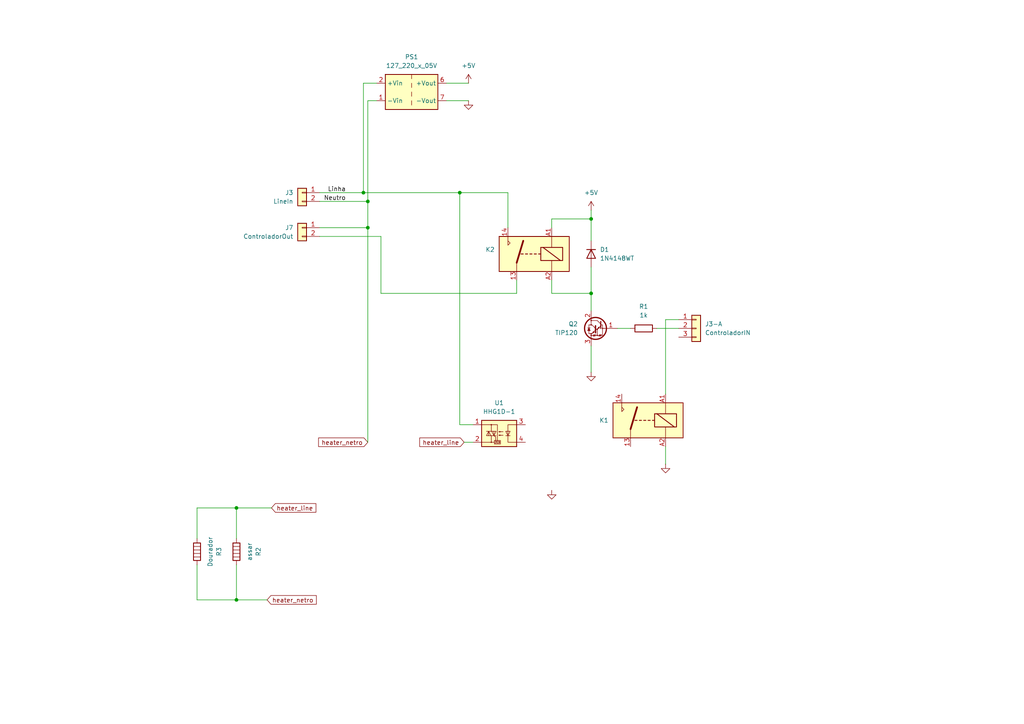
<source format=kicad_sch>
(kicad_sch (version 20250114) (generator "eeschema") (generator_version "9.0")
  (paper "A4")
  (lib_symbols
    (symbol "Connector_Generic:Conn_01x02" (pin_names (offset 1.016) (hide yes))
      (property "Reference" "J" (at 0 2.54 0))
      (property "Value" "Conn_01x02" (at 0 -5.08 0))
      (symbol "Conn_01x02_1_1"
        (rectangle (start -1.27 1.27) (end 1.27 -3.81) (stroke (width 0.254)) (fill (type background)))
        (rectangle (start -1.27 0.127) (end 0 -0.127) (stroke (width 0.1524)))
        (rectangle (start -1.27 -2.413) (end 0 -2.667) (stroke (width 0.1524)))
        (pin passive line (at -5.08 0 0) (length 3.81) (name "Pin_1") (number "1"))
        (pin passive line (at -5.08 -2.54 0) (length 3.81) (name "Pin_2") (number "2"))
      )
    )
    (symbol "Connector_Generic:Conn_01x03" (pin_names (offset 1.016) (hide yes))
      (property "Reference" "J" (at 0 5.08 0))
      (property "Value" "Conn_01x03" (at 0 -5.08 0))
      (symbol "Conn_01x03_1_1"
        (rectangle (start -1.27 3.81) (end 1.27 -3.81) (stroke (width 0.254)) (fill (type background)))
        (rectangle (start -1.27 2.667) (end 0 2.413) (stroke (width 0.1524)))
        (rectangle (start -1.27 0.127) (end 0 -0.127) (stroke (width 0.1524)))
        (rectangle (start -1.27 -2.413) (end 0 -2.667) (stroke (width 0.1524)))
        (pin passive line (at -5.08 2.54 0) (length 3.81) (name "Pin_1") (number "1"))
        (pin passive line (at -5.08 0 0) (length 3.81) (name "Pin_2") (number "2"))
        (pin passive line (at -5.08 -2.54 0) (length 3.81) (name "Pin_3") (number "3"))
      )
    )
    (symbol "Converter_DCDC:ITX1209SA"
      (property "Reference" "PS" (at -7.62 6.35 0))
      (property "Value" "ITX1209SA" (at 1.27 6.35 0))
      (symbol "ITX1209SA_0_0"
        (pin power_in line (at -10.16 2.54 0) (length 2.54) (name "+Vin") (number "2"))
        (pin power_in line (at -10.16 -2.54 0) (length 2.54) (name "-Vin") (number "1"))
        (pin no_connect line (at 7.62 0 180) (length 2.54) (hide yes) (name "NC") (number "8"))
        (pin power_out line (at 10.16 2.54 180) (length 2.54) (name "+Vout") (number "6"))
        (pin power_out line (at 10.16 -2.54 180) (length 2.54) (name "-Vout") (number "7"))
      )
      (symbol "ITX1209SA_0_1"
        (rectangle (start -7.62 5.08) (end 7.62 -5.08) (stroke (width 0.254)) (fill (type background)))
        (polyline (pts (xy 0 5.08) (xy 0 3.81)))
        (polyline (pts (xy 0 2.54) (xy 0 1.27)))
        (polyline (pts (xy 0 0) (xy 0 -1.27)))
        (polyline (pts (xy 0 -2.54) (xy 0 -3.81)))
      )
    )
    (symbol "Device:Heater" (pin_numbers (hide yes)) (pin_names (offset 0))
      (property "Reference" "R" (at 2.032 0 90))
      (property "Value" "Heater" (at -2.032 0 90))
      (symbol "Heater_0_1"
        (polyline (pts (xy -1.016 1.524) (xy 1.016 1.524)))
        (rectangle (start -1.016 -2.54) (end 1.016 2.54) (stroke (width 0.254)))
        (polyline (pts (xy 1.016 0.508) (xy -1.016 0.508)))
        (polyline (pts (xy 1.016 -0.508) (xy -1.016 -0.508)))
        (polyline (pts (xy 1.016 -1.524) (xy -1.016 -1.524)))
      )
      (symbol "Heater_1_1"
        (pin passive line (at 0 3.81 270) (length 1.27) (name "~") (number "1"))
        (pin passive line (at 0 -3.81 90) (length 1.27) (name "~") (number "2"))
      )
    )
    (symbol "Device:R" (pin_numbers (hide yes)) (pin_names (offset 0))
      (property "Reference" "R" (at 2.032 0 90))
      (property "Value" "R" (at 0 0 90))
      (symbol "R_0_1"
        (rectangle (start -1.016 -2.54) (end 1.016 2.54) (stroke (width 0.254)))
      )
      (symbol "R_1_1"
        (pin passive line (at 0 3.81 270) (length 1.27) (name "~") (number "1"))
        (pin passive line (at 0 -3.81 90) (length 1.27) (name "~") (number "2"))
      )
    )
    (symbol "Diode:1N4148WT" (pin_numbers (hide yes)) (pin_names (hide yes))
      (property "Reference" "D" (at 0 2.54 0))
      (property "Value" "1N4148WT" (at 0 -2.54 0))
      (symbol "1N4148WT_0_1"
        (polyline (pts (xy -1.27 1.27) (xy -1.27 -1.27)) (stroke (width 0.254)))
        (polyline (pts (xy 1.27 1.27) (xy 1.27 -1.27) (xy -1.27 0) (xy 1.27 1.27)) (stroke (width 0.254)))
        (polyline (pts (xy 1.27 0) (xy -1.27 0)))
      )
      (symbol "1N4148WT_1_1"
        (pin passive line (at -3.81 0 0) (length 2.54) (name "K") (number "1"))
        (pin passive line (at 3.81 0 180) (length 2.54) (name "A") (number "2"))
      )
    )
    (symbol "Relay:Fujitsu_FTR-LYAA005x"
      (property "Reference" "K" (at 11.43 3.81 0))
      (property "Value" "Fujitsu_FTR-LYAA005x" (at 11.43 1.27 0))
      (symbol "Fujitsu_FTR-LYAA005x_0_0"
        (polyline (pts (xy 7.62 5.08) (xy 7.62 2.54) (xy 6.985 3.175) (xy 7.62 3.81)))
      )
      (symbol "Fujitsu_FTR-LYAA005x_0_1"
        (rectangle (start -10.16 5.08) (end 10.16 -5.08) (stroke (width 0.254)) (fill (type background)))
        (rectangle (start -8.255 1.905) (end -1.905 -1.905) (stroke (width 0.254)))
        (polyline (pts (xy -7.62 -1.905) (xy -2.54 1.905)) (stroke (width 0.254)))
        (polyline (pts (xy -5.08 5.08) (xy -5.08 1.905)))
        (polyline (pts (xy -5.08 -5.08) (xy -5.08 -1.905)))
        (polyline (pts (xy -1.905 0) (xy -1.27 0)) (stroke (width 0.254)))
        (polyline (pts (xy -0.635 0) (xy 0 0)) (stroke (width 0.254)))
        (polyline (pts (xy 0.635 0) (xy 1.27 0)) (stroke (width 0.254)))
        (polyline (pts (xy 1.905 0) (xy 2.54 0)) (stroke (width 0.254)))
        (polyline (pts (xy 3.175 0) (xy 3.81 0)) (stroke (width 0.254)))
        (polyline (pts (xy 5.08 -2.54) (xy 3.175 3.81)) (stroke (width 0.508)))
        (polyline (pts (xy 5.08 -2.54) (xy 5.08 -5.08)))
      )
      (symbol "Fujitsu_FTR-LYAA005x_1_1"
        (pin passive line (at -5.08 7.62 270) (length 2.54) (name "~") (number "A1"))
        (pin passive line (at -5.08 -7.62 90) (length 2.54) (name "~") (number "A2"))
        (pin passive line (at 5.08 -7.62 90) (length 2.54) (name "~") (number "13"))
        (pin passive line (at 7.62 7.62 270) (length 2.54) (name "~") (number "14"))
      )
    )
    (symbol "Relay_SolidState:HHG1D-1"
      (property "Reference" "U" (at -5.08 5.08 0))
      (property "Value" "HHG1D-1" (at 0 5.08 0))
      (symbol "HHG1D-1_0_0"
        (rectangle (start -0.381 -2.032) (end 1.397 -3.048))
        (polyline (pts (xy 1.524 -0.635) (xy 1.016 -1.016) (xy 1.016 -2.032)))
        (polyline (pts (xy 2.286 -2.54) (xy 1.397 -2.54)))
        (text "ZCD" (at 0.508 -2.54 0) (effects (font (size 0.508 0.508))))
      )
      (symbol "HHG1D-1_0_1"
        (rectangle (start -5.08 3.81) (end 5.08 -3.81) (stroke (width 0.254)) (fill (type background)))
        (polyline (pts (xy -5.08 2.54) (xy -2.54 2.54) (xy -2.54 -2.54) (xy -5.08 -2.54)))
        (polyline (pts (xy -3.175 -0.635) (xy -1.905 -0.635)))
        (polyline (pts (xy -2.54 -0.635) (xy -3.175 0.635) (xy -1.905 0.635) (xy -2.54 -0.635)))
        (polyline (pts (xy -1.143 0.508) (xy 0.127 0.508) (xy -0.254 0.381) (xy -0.254 0.635) (xy 0.127 0.508)))
        (polyline (pts (xy -1.143 -0.508) (xy 0.127 -0.508) (xy -0.254 -0.635) (xy -0.254 -0.381) (xy 0.127 -0.508)))
        (polyline (pts (xy 0.889 -0.635) (xy 3.683 -0.635) (xy 3.048 0.635) (xy 2.413 -0.635)))
        (polyline (pts (xy 1.524 -0.635) (xy 1.524 0.635)))
        (polyline (pts (xy 2.286 2.54) (xy 0.508 2.54) (xy 0.508 -2.032)))
        (circle (center 2.286 2.54) (radius 0.127))
        (polyline (pts (xy 2.286 0.635) (xy 2.286 2.54) (xy 5.08 2.54)))
        (polyline (pts (xy 2.286 -0.635) (xy 2.286 -2.54) (xy 5.08 -2.54)))
        (circle (center 2.286 -2.54) (radius 0.127))
        (polyline (pts (xy 3.048 0.635) (xy 3.048 -0.635)))
        (polyline (pts (xy 3.683 0.635) (xy 0.889 0.635) (xy 1.524 -0.635) (xy 2.159 0.635)))
      )
      (symbol "HHG1D-1_1_1"
        (pin passive line (at -7.62 2.54 0) (length 2.54) (name "~") (number "3"))
        (pin passive line (at -7.62 -2.54 0) (length 2.54) (name "~") (number "4"))
        (pin passive line (at 7.62 2.54 180) (length 2.54) (name "~") (number "1"))
        (pin passive line (at 7.62 -2.54 180) (length 2.54) (name "~") (number "2"))
      )
    )
    (symbol "Transistor_BJT:TIP120" (pin_names (offset 0) (hide yes))
      (property "Reference" "Q" (at 5.08 1.905 0))
      (property "Value" "TIP120" (at 5.08 0 0))
      (symbol "TIP120_0_1"
        (polyline (pts (xy -1.27 0) (xy -0.889 0)))
        (circle (center -0.762 0) (radius 0.127))
        (polyline (pts (xy -0.254 2.032) (xy -0.254 0) (xy -0.254 0)) (stroke (width 0.3048)))
        (polyline (pts (xy -0.254 1.27) (xy 0.762 2.286) (xy 2.54 2.286)))
        (polyline (pts (xy -0.254 1.016) (xy -0.762 1.016) (xy -0.762 -2.032)))
        (polyline (pts (xy -0.254 0.762) (xy 0.762 -0.254) (xy 1.27 -0.254)))
        (polyline (pts (xy 0.635 -0.127) (xy 0.381 0.381) (xy 0.127 0.127) (xy 0.635 -0.127)))
        (polyline (pts (xy 0.762 -0.254) (xy 0.762 -2.032) (xy 1.143 -2.032) (xy 1.27 -1.778) (xy 1.397 -2.286) (xy 1.524 -1.778) (xy 1.651 -2.286) (xy 1.778 -1.778) (xy 1.905 -2.286) (xy 2.032 -2.032) (xy 2.54 -2.032)))
        (circle (center 0.762 -0.254) (radius 0.127))
        (polyline (pts (xy 0.762 -2.032) (xy 0.381 -2.032) (xy 0.254 -2.286) (xy 0.127 -1.778) (xy 0 -2.286) (xy -0.127 -1.778) (xy -0.254 -2.286) (xy -0.381 -1.778) (xy -0.508 -2.032) (xy -0.762 -2.032)))
        (circle (center 0.762 -2.032) (radius 0.127))
        (polyline (pts (xy 1.27 0.762) (xy 1.27 -1.27) (xy 1.27 -1.27)) (stroke (width 0.381)))
        (polyline (pts (xy 1.27 0) (xy 2.286 1.016) (xy 2.54 1.016) (xy 2.54 2.286)))
        (circle (center 1.27 0) (radius 3.175) (stroke (width 0.3556)))
        (polyline (pts (xy 1.27 -0.508) (xy 2.286 -1.524) (xy 2.54 -1.524) (xy 2.54 -2.032)))
        (polyline (pts (xy 2.159 -1.397) (xy 1.905 -0.889) (xy 1.651 -1.143) (xy 2.159 -1.397)))
        (circle (center 2.54 2.286) (radius 0.127))
        (circle (center 2.54 1.016) (radius 0.127))
        (polyline (pts (xy 2.54 -1.524) (xy 3.175 -1.524)))
        (circle (center 2.54 -1.524) (radius 0.127))
        (polyline (pts (xy 2.54 -2.032) (xy 2.54 -2.54)))
        (circle (center 2.54 -2.032) (radius 0.127))
        (polyline (pts (xy 2.794 0.127) (xy 3.556 0.127)))
        (polyline (pts (xy 3.175 1.016) (xy 2.54 1.016)))
        (polyline (pts (xy 3.175 1.016) (xy 3.175 0.127)))
        (polyline (pts (xy 3.175 0.127) (xy 2.794 -0.635) (xy 3.556 -0.635) (xy 3.175 0.127)) (fill (type outline)))
        (polyline (pts (xy 3.175 -0.635) (xy 3.175 -1.524)))
      )
      (symbol "TIP120_1_1"
        (pin input line (at -5.08 0 0) (length 3.81) (name "B") (number "1"))
        (pin passive line (at 2.54 5.08 270) (length 2.667) (name "C") (number "2"))
        (pin passive line (at 2.54 -5.08 90) (length 2.54) (name "E") (number "3"))
      )
    )
    (symbol "power:+5V" (power) (pin_numbers (hide yes)) (pin_names (offset 0) (hide yes))
      (property "Value" "+5V" (at 0 3.556 0))
      (symbol "+5V_0_1"
        (polyline (pts (xy -0.762 1.27) (xy 0 2.54)))
        (polyline (pts (xy 0 2.54) (xy 0.762 1.27)))
        (polyline (pts (xy 0 0) (xy 0 2.54)))
      )
      (symbol "+5V_1_1"
        (pin power_in line (at 0 0 90) (length 0) (name "~") (number "1"))
      )
    )
    (symbol "power:GND" (power) (pin_numbers (hide yes)) (pin_names (offset 0) (hide yes))
      (property "Value" "GND" (at 0 -3.81 0))
      (symbol "GND_0_1"
        (polyline (pts (xy 0 0) (xy 0 -1.27) (xy 1.27 -1.27) (xy 0 -2.54) (xy -1.27 -1.27) (xy 0 -1.27)))
      )
      (symbol "GND_1_1"
        (pin power_in line (at 0 0 270) (length 0) (name "~") (number "1"))
      )
    )
  )
  (junction (at 171.45 85.09))
  (junction (at 106.68 58.42))
  (junction (at 68.58 147.32))
  (junction (at 68.58 173.99))
  (junction (at 105.41 55.88))
  (junction (at 133.35 55.88))
  (junction (at 106.68 66.04))
  (junction (at 171.45 63.5))
  (wire (pts (xy 57.15 147.32) (xy 68.58 147.32)))
  (wire (pts (xy 92.71 55.88) (xy 105.41 55.88)))
  (wire (pts (xy 68.58 163.83) (xy 68.58 173.99)))
  (wire (pts (xy 147.32 66.04) (xy 147.32 55.88)))
  (wire (pts (xy 105.41 55.88) (xy 133.35 55.88)))
  (wire (pts (xy 110.49 85.09) (xy 149.86 85.09)))
  (wire (pts (xy 171.45 63.5) (xy 171.45 69.85)))
  (wire (pts (xy 57.15 156.21) (xy 57.15 147.32)))
  (wire (pts (xy 160.02 66.04) (xy 160.02 63.5)))
  (wire (pts (xy 68.58 173.99) (xy 57.15 173.99)))
  (wire (pts (xy 160.02 81.28) (xy 160.02 85.09)))
  (wire (pts (xy 147.32 55.88) (xy 133.35 55.88)))
  (wire (pts (xy 92.71 58.42) (xy 106.68 58.42)))
  (wire (pts (xy 68.58 147.32) (xy 68.58 156.21)))
  (wire (pts (xy 106.68 58.42) (xy 106.68 29.21)))
  (wire (pts (xy 182.88 95.25) (xy 179.07 95.25)))
  (wire (pts (xy 92.71 66.04) (xy 106.68 66.04)))
  (wire (pts (xy 106.68 29.21) (xy 109.22 29.21)))
  (wire (pts (xy 57.15 163.83) (xy 57.15 173.99)))
  (wire (pts (xy 106.68 58.42) (xy 106.68 66.04)))
  (wire (pts (xy 171.45 85.09) (xy 171.45 90.17)))
  (wire (pts (xy 105.41 24.13) (xy 109.22 24.13)))
  (wire (pts (xy 171.45 77.47) (xy 171.45 85.09)))
  (wire (pts (xy 92.71 68.58) (xy 110.49 68.58)))
  (wire (pts (xy 133.35 55.88) (xy 133.35 123.19)))
  (wire (pts (xy 193.04 92.71) (xy 196.85 92.71)))
  (wire (pts (xy 193.04 92.71) (xy 193.04 114.3)))
  (wire (pts (xy 196.85 95.25) (xy 190.5 95.25)))
  (wire (pts (xy 137.16 123.19) (xy 133.35 123.19)))
  (wire (pts (xy 105.41 24.13) (xy 105.41 55.88)))
  (wire (pts (xy 134.62 128.27) (xy 137.16 128.27)))
  (wire (pts (xy 106.68 66.04) (xy 106.68 128.27)))
  (wire (pts (xy 160.02 85.09) (xy 171.45 85.09)))
  (wire (pts (xy 171.45 60.96) (xy 171.45 63.5)))
  (wire (pts (xy 193.04 134.62) (xy 193.04 129.54)))
  (wire (pts (xy 171.45 107.95) (xy 171.45 100.33)))
  (wire (pts (xy 135.89 29.21) (xy 129.54 29.21)))
  (wire (pts (xy 68.58 147.32) (xy 78.74 147.32)))
  (wire (pts (xy 160.02 63.5) (xy 171.45 63.5)))
  (wire (pts (xy 135.89 24.13) (xy 129.54 24.13)))
  (wire (pts (xy 68.58 173.99) (xy 77.47 173.99)))
  (wire (pts (xy 110.49 68.58) (xy 110.49 85.09)))
  (wire (pts (xy 149.86 85.09) (xy 149.86 81.28)))
  (label "Linha" (at 100.33 55.88 180))
  (label "Neutro" (at 100.33 58.42 180))
  (global_label "heater_line" (shape input) (at 78.74 147.32 0) (property "Intersheetrefs" "${INTERSHEET_REFS}" (effects (hide yes))))
  (global_label "heater_netro" (shape input) (at 77.47 173.99 0) (property "Intersheetrefs" "${INTERSHEET_REFS}" (effects (hide yes))))
  (global_label "heater_line" (shape input) (at 134.62 128.27 180) (property "Intersheetrefs" "${INTERSHEET_REFS}" (effects (hide yes))))
  (global_label "heater_netro" (shape input) (at 106.68 128.27 180) (property "Intersheetrefs" "${INTERSHEET_REFS}" (effects (hide yes))))
  (symbol (lib_id "power:GND") (at 171.45 107.95 0) (unit 1)
    (property "Reference" "#PWR02" (effects (hide yes)))
    (property "Value" "GND" (effects (hide yes)))
    (property "Description" "Power symbol creates a global label with name \"GND\" , ground" (effects (hide yes)))
  )
  (symbol (lib_id "power:GND") (at 160.02 142.24 0) (unit 1)
    (property "Reference" "#PWR06" (effects (hide yes)))
    (property "Value" "GND" (effects (hide yes)))
    (property "Description" "Power symbol creates a global label with name \"GND\" , ground" (effects (hide yes)))
  )
  (symbol (lib_id "Connector_Generic:Conn_01x02") (at 87.63 66.04 0) (mirror y) (unit 1)
    (property "Reference" "J7" (at 85.09 66.0399 0) (effects (justify left)))
    (property "Value" "ControladorOut" (at 85.09 68.5799 0) (effects (justify left)))
    (property "Description" "Generic connector, single row, 01x02, script generated (kicad-library-utils/schlib/autogen/connector/)" (effects (hide yes)))
  )
  (symbol (lib_id "Device:R") (at 186.69 95.25 90) (unit 1)
    (property "Reference" "R1" (at 186.69 88.9 90))
    (property "Value" "1k" (at 186.69 91.44 90))
    (property "Description" "Resistor" (effects (hide yes)))
  )
  (symbol (lib_id "Device:Heater") (at 68.58 160.02 0) (unit 1)
    (property "Reference" "R2" (at 74.93 160.02 90))
    (property "Value" "assar" (at 72.39 160.02 90))
    (property "Description" "Resistive heater" (effects (hide yes)))
  )
  (symbol (lib_id "power:+5V") (at 135.89 24.13 0) (unit 1)
    (property "Reference" "#PWR04" (effects (hide yes)))
    (property "Value" "+5V" (at 135.89 19.05 0))
    (property "Description" "Power symbol creates a global label with name \"+5V\"" (effects (hide yes)))
  )
  (symbol (lib_id "Diode:1N4148WT") (at 171.45 73.66 270) (unit 1)
    (property "Reference" "D1" (at 173.99 72.3899 90) (effects (justify left)))
    (property "Value" "1N4148WT" (at 173.99 74.9299 90) (effects (justify left)))
    (property "Footprint" "Diode_SMD:D_SOD-523" (effects (hide yes)))
    (property "Datasheet" "https://www.diodes.com/assets/Datasheets/ds30396.pdf" (effects (hide yes)))
    (property "Description" "75V 0.15A Fast switching Diode, SOD-523" (effects (hide yes)))
    (property "Sim.Device" "D" (effects (hide yes)))
    (property "Sim.Pins" "1=K 2=A" (effects (hide yes)))
  )
  (symbol (lib_id "Device:Heater") (at 57.15 160.02 0) (unit 1)
    (property "Reference" "R3" (at 63.5 160.02 90))
    (property "Value" "Dourador" (at 60.96 160.02 90))
    (property "Description" "Resistive heater" (effects (hide yes)))
  )
  (symbol (lib_id "Relay:Fujitsu_FTR-LYAA005x") (at 154.94 73.66 0) (mirror y) (unit 1)
    (property "Reference" "K2" (at 143.51 72.3899 0) (effects (justify left)))
    (property "Value" "Fujitsu_FTR-LYAA005x" (effects (hide yes)))
    (property "Footprint" "Relay_THT:Relay_SPST-NO_Fujitsu_FTR-LYAA005x_FormA_Vertical" (effects (hide yes)))
    (property "Datasheet" "https://www.fujitsu.com/sg/imagesgig5/ftr-ly.pdf" (effects (hide yes)))
    (property "Description" "Relay, SPST Form A, vertical mount, 5-60V coil, 6A, 250VAC, 28 x 5 x 15mm" (effects (hide yes)))
  )
  (symbol (lib_id "Relay_SolidState:HHG1D-1") (at 144.78 125.73 0) (mirror y) (unit 1)
    (property "Reference" "U1" (at 144.78 116.84 0))
    (property "Value" "HHG1D-1" (at 144.78 119.38 0))
    (property "Footprint" "Relay_THT:Relay_NCR_HHG1D-1" (effects (hide yes)))
    (property "Datasheet" "https://ncr.hk/uploads/Relays/Solid_State_Relays/HHG1D-1.pdf" (effects (hide yes)))
    (property "Description" "NCR zero cross solid state relay 1A, 2A, 3A, 4A" (effects (hide yes)))
  )
  (symbol (lib_id "power:+5V") (at 171.45 60.96 0) (unit 1)
    (property "Reference" "#PWR03" (effects (hide yes)))
    (property "Value" "+5V" (at 171.45 55.88 0))
    (property "Description" "Power symbol creates a global label with name \"+5V\"" (effects (hide yes)))
  )
  (symbol (lib_id "Transistor_BJT:TIP120") (at 173.99 95.25 0) (mirror y) (unit 1)
    (property "Reference" "Q2" (at 167.64 93.9799 0) (effects (justify left)))
    (property "Value" "TIP120" (at 167.64 96.5199 0) (effects (justify left)))
    (property "Footprint" "Package_TO_SOT_THT:TO-220-3_Vertical" (effects (hide yes)))
    (property "Datasheet" "https://www.onsemi.com/pub/Collateral/TIP120-D.PDF" (effects (hide yes)))
    (property "Description" "5A Ic, 60V Vce, Silicon Darlington Power NPN Transistor, TO-220" (effects (hide yes)))
  )
  (symbol (lib_id "Relay:Fujitsu_FTR-LYAA005x") (at 187.96 121.92 0) (mirror y) (unit 1)
    (property "Reference" "K1" (at 176.53 121.9199 0) (effects (justify left)))
    (property "Value" "Fujitsu_FTR-LYAA005x" (effects (hide yes)))
    (property "Footprint" "Relay_THT:Relay_SPST-NO_Fujitsu_FTR-LYAA005x_FormA_Vertical" (effects (hide yes)))
    (property "Datasheet" "https://www.fujitsu.com/sg/imagesgig5/ftr-ly.pdf" (effects (hide yes)))
    (property "Description" "Relay, SPST Form A, vertical mount, 5-60V coil, 6A, 250VAC, 28 x 5 x 15mm" (effects (hide yes)))
  )
  (symbol (lib_id "power:GND") (at 193.04 134.62 0) (unit 1)
    (property "Reference" "#PWR01" (effects (hide yes)))
    (property "Value" "GND" (effects (hide yes)))
    (property "Description" "Power symbol creates a global label with name \"GND\" , ground" (effects (hide yes)))
  )
  (symbol (lib_id "power:GND") (at 135.89 29.21 0) (unit 1)
    (property "Reference" "#PWR05" (effects (hide yes)))
    (property "Value" "GND" (effects (hide yes)))
    (property "Description" "Power symbol creates a global label with name \"GND\" , ground" (effects (hide yes)))
  )
  (symbol (lib_id "Connector_Generic:Conn_01x03") (at 201.93 95.25 0) (unit 1)
    (property "Reference" "J3-A" (at 204.47 93.9799 0) (effects (justify left)))
    (property "Value" "ControladorIN" (at 204.47 96.5199 0) (effects (justify left)))
    (property "Description" "Generic connector, single row, 01x03, script generated (kicad-library-utils/schlib/autogen/connector/)" (effects (hide yes)))
  )
  (symbol (lib_id "Connector_Generic:Conn_01x02") (at 87.63 55.88 0) (mirror y) (unit 1)
    (property "Reference" "J3" (at 85.09 55.8799 0) (effects (justify left)))
    (property "Value" "LineIn" (at 85.09 58.4199 0) (effects (justify left)))
    (property "Description" "Generic connector, single row, 01x02, script generated (kicad-library-utils/schlib/autogen/connector/)" (effects (hide yes)))
  )
  (symbol (lib_id "Converter_DCDC:ITX1209SA") (at 119.38 26.67 0) (unit 1)
    (property "Reference" "PS1" (at 119.38 16.51 0))
    (property "Value" "127_220_x_05V" (at 119.38 19.05 0))
    (property "Footprint" "Converter_DCDC:Converter_DCDC_XP_POWER-ITXxxxxSA_THT" (effects (hide yes)))
    (property "Datasheet" "https://www.xppower.com/pdfs/SF_ITX.pdf" (effects (hide yes)))
    (property "Description" "XP Power 6W, 1000 VDC Isolated DC/DC Converter Module, Fully Regulated Single Output Voltage 9V, ±666mA, 12V Input Voltage, SIP" (effects (hide yes)))
  )
)
</source>
